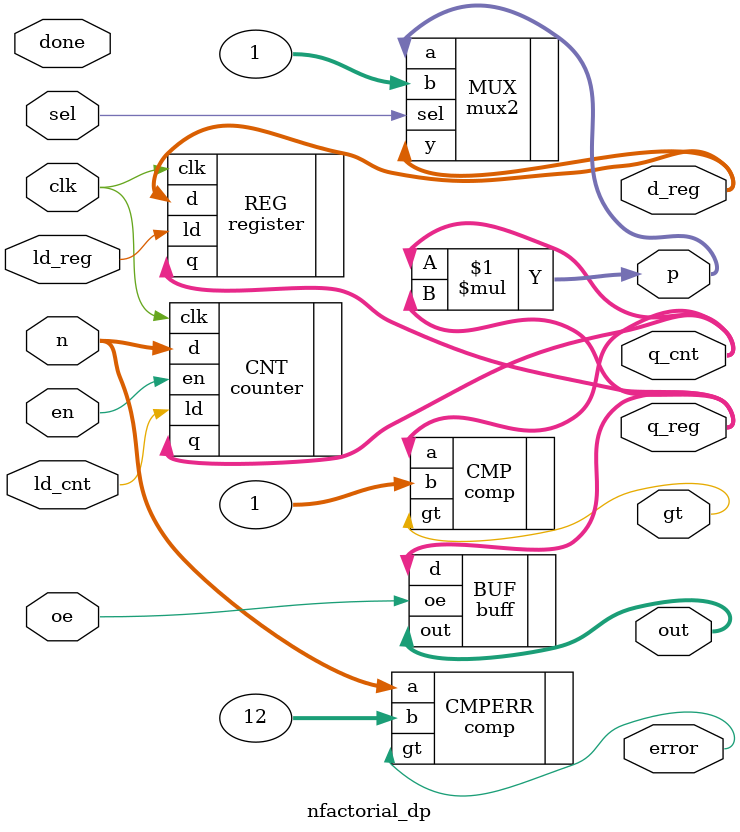
<source format=v>
`timescale 1ns / 1ps
module nfactorial_dp(
    input clk,
    input sel, ld_cnt,en,ld_reg,oe,done,
    input [3:0] n,
    output gt, 
    output error,
    //outputs used for verification
    output [3:0] q_cnt,
    output [31:0] q_reg,
    output [31:0] d_reg,
    output [31:0] p,
    output [31:0] out
    );
    
    parameter WIDTH = 4;
    assign p = q_cnt * q_reg;

    
    counter CNT(
        .clk (clk),
        .en (en),
        .ld (ld_cnt),
        .d (n),
        .q (q_cnt)
    );
    
    comp CMPERR(
        .a (n),
        .b (12),
        .gt (error)
    );
    
    comp CMP(
        .a (q_cnt),
        .b (1),
        .gt (gt)
    );
    
    mux2 #(32) MUX(
        .sel (sel),
        .a (p),
        .b (1),
        .y (d_reg)
    );
    
    register #(32)REG(
        .ld (ld_reg),
        .clk (clk),
        .d (d_reg),
        .q (q_reg)
    );
        
    buff #(32)BUF(
        .oe (oe),
        .d (q_reg),
        .out (out)
    );

endmodule
</source>
